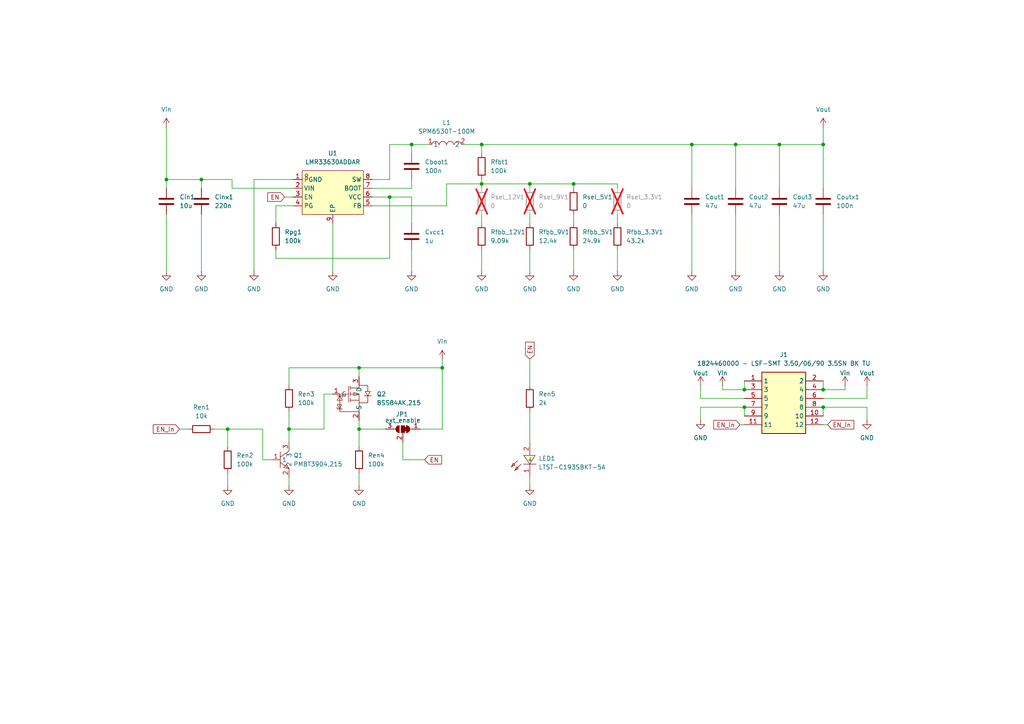
<source format=kicad_sch>
(kicad_sch (version 20231120) (generator "eeschema") (generator_version "8.0")
  (paper "A4")
  (title_block (date "2024-08-13"))
  (lib_symbols
    (symbol "CostumLibrary:1824460000 - LSF-SMT 3.50/06/90 3.5SN BK TU"
      (property "Reference" "J" (at 19.05 7.62 0))
      (property "Value" "1824460000 - LSF-SMT 3.50/06/90 3.5SN BK TU" (at 19.05 5.08 0))
      (symbol "1824460000 - LSF-SMT 3.50/06/90 3.5SN BK TU_1_1"
        (rectangle (start 5.08 2.54) (end 17.78 -15.24) (stroke (width 0.254)) (fill (type background)))
        (pin passive line (at 0 0 0) (length 5.08) (name "1") (number "1"))
        (pin passive line (at 22.86 -10.16 180) (length 5.08) (name "10") (number "10"))
        (pin passive line (at 0 -12.7 0) (length 5.08) (name "11") (number "11"))
        (pin passive line (at 22.86 -12.7 180) (length 5.08) (name "12") (number "12"))
        (pin passive line (at 22.86 0 180) (length 5.08) (name "2") (number "2"))
        (pin passive line (at 0 -2.54 0) (length 5.08) (name "3") (number "3"))
        (pin passive line (at 22.86 -2.54 180) (length 5.08) (name "4") (number "4"))
        (pin passive line (at 0 -5.08 0) (length 5.08) (name "5") (number "5"))
        (pin passive line (at 22.86 -5.08 180) (length 5.08) (name "6") (number "6"))
        (pin passive line (at 0 -7.62 0) (length 5.08) (name "7") (number "7"))
        (pin passive line (at 22.86 -7.62 180) (length 5.08) (name "8") (number "8"))
        (pin passive line (at 0 -10.16 0) (length 5.08) (name "9") (number "9"))
      )
    )
    (symbol "Device:C" (pin_numbers hide) (pin_names (offset 0.254))
      (property "Reference" "C" (at 0.635 2.54 0))
      (property "Value" "C" (at 0.635 -2.54 0))
      (symbol "C_0_1"
        (polyline (pts (xy -2.032 -0.762) (xy 2.032 -0.762)) (stroke (width 0.508)))
        (polyline (pts (xy -2.032 0.762) (xy 2.032 0.762)) (stroke (width 0.508)))
      )
      (symbol "C_1_1"
        (pin passive line (at 0 3.81 270) (length 2.794) (name "~") (number "1"))
        (pin passive line (at 0 -3.81 90) (length 2.794) (name "~") (number "2"))
      )
    )
    (symbol "Device:R" (pin_numbers hide) (pin_names (offset 0))
      (property "Reference" "R" (at 2.032 0 90))
      (property "Value" "R" (at 0 0 90))
      (symbol "R_0_1"
        (rectangle (start -1.016 -2.54) (end 1.016 2.54) (stroke (width 0.254)))
      )
      (symbol "R_1_1"
        (pin passive line (at 0 3.81 270) (length 1.27) (name "~") (number "1"))
        (pin passive line (at 0 -3.81 90) (length 1.27) (name "~") (number "2"))
      )
    )
    (symbol "Jumper:SolderJumper_3_Bridged12" (pin_names (offset 0) hide) (exclude_from_sim yes) (in_bom no)
      (property "Reference" "JP" (at -2.54 -2.54 0))
      (property "Value" "SolderJumper_3_Bridged12" (at 0 2.794 0))
      (symbol "SolderJumper_3_Bridged12_0_1"
        (rectangle (start -1.016 0.508) (end -0.508 -0.508) (fill (type outline)))
        (arc (start -1.016 1.016) (mid -2.0276 0) (end -1.016 -1.016))
        (arc (start -1.016 1.016) (mid -2.0276 0) (end -1.016 -1.016) (fill (type outline)))
        (rectangle (start -0.508 1.016) (end 0.508 -1.016) (fill (type outline)))
        (polyline (pts (xy -2.54 0) (xy -2.032 0)))
        (polyline (pts (xy -1.016 1.016) (xy -1.016 -1.016)))
        (polyline (pts (xy 0 -1.27) (xy 0 -1.016)))
        (polyline (pts (xy 1.016 1.016) (xy 1.016 -1.016)))
        (polyline (pts (xy 2.54 0) (xy 2.032 0)))
        (arc (start 1.016 -1.016) (mid 2.0276 0) (end 1.016 1.016))
        (arc (start 1.016 -1.016) (mid 2.0276 0) (end 1.016 1.016) (fill (type outline)))
      )
      (symbol "SolderJumper_3_Bridged12_1_1"
        (pin passive line (at -5.08 0 0) (length 2.54) (name "A") (number "1"))
        (pin passive line (at 0 -3.81 90) (length 2.54) (name "C") (number "2"))
        (pin passive line (at 5.08 0 180) (length 2.54) (name "B") (number "3"))
      )
    )
    (symbol "easyeda2kicad:BSS84AK,215"
      (property "Reference" "Q" (at 0 10.16 0))
      (property "Value" "BSS84AK,215" (at 0 -12.7 0))
      (symbol "BSS84AK,215_0_1"
        (polyline (pts (xy -3.05 2.29) (xy -3.05 -2.29)))
        (polyline (pts (xy -2.54 -2.29) (xy -2.54 -1.27)))
        (polyline (pts (xy -2.54 -0.51) (xy -2.54 0.51)))
        (polyline (pts (xy -2.54 1.27) (xy -2.54 2.29)))
        (polyline (pts (xy 0 -1.78) (xy -2.54 -1.78)))
        (polyline (pts (xy 0 1.78) (xy -2.54 1.78)))
        (polyline (pts (xy 3.56 -0.51) (xy 1.52 -0.51)))
        (polyline (pts (xy -6.35 -0.51) (xy -4.83 -0.51) (xy -4.83 -1.02)))
        (polyline (pts (xy -4.83 -4.32) (xy -6.35 -4.32) (xy -6.35 -3.81)))
        (polyline (pts (xy -2.54 0) (xy 0 0) (xy 0 -2.54)))
        (polyline (pts (xy 0 -2.54) (xy 2.54 -2.54) (xy 2.54 -0.51)))
        (polyline (pts (xy -5.59 -4.32) (xy -5.08 -3.05) (xy -6.35 -3.05) (xy -5.59 -4.32)) (fill (type background)))
        (polyline (pts (xy -5.59 -0.51) (xy -6.35 -1.78) (xy -4.83 -1.78) (xy -5.59 -0.51)) (fill (type background)))
        (polyline (pts (xy 0 0) (xy -1.52 0.51) (xy -1.52 -0.51) (xy 0 0)) (fill (type background)))
        (polyline (pts (xy 0 1.78) (xy 0 2.54) (xy 2.54 2.54) (xy 2.54 0.76)))
        (polyline (pts (xy 2.54 -0.51) (xy 3.3 0.76) (xy 1.78 0.76) (xy 2.54 -0.51)) (fill (type background)))
        (polyline (pts (xy 0 -2.54) (xy 0 -5.08) (xy -5.59 -5.08) (xy -5.59 0) (xy -3.05 0)))
        (pin unspecified line (at -7.62 0 0) (length 2.032) (name "G") (number "1"))
        (pin unspecified line (at 0 -7.62 90) (length 2.54) (name "S") (number "2"))
        (pin unspecified line (at 0 5.08 270) (length 2.54) (name "D") (number "3"))
      )
    )
    (symbol "easyeda2kicad:LMR33630ADDAR"
      (property "Reference" "U" (at 0 8.89 0))
      (property "Value" "LMR33630ADDAR" (at 0 -13.97 0))
      (symbol "LMR33630ADDAR_0_1"
        (rectangle (start -8.89 6.35) (end 8.89 -6.35) (fill (type background)))
        (circle (center -7.62 5.08) (radius 0.38))
        (pin unspecified line (at -11.43 3.81 0) (length 2.54) (name "PGND") (number "1"))
        (pin unspecified line (at -11.43 1.27 0) (length 2.54) (name "VIN") (number "2"))
        (pin unspecified line (at -11.43 -1.27 0) (length 2.54) (name "EN") (number "3"))
        (pin unspecified line (at -11.43 -3.81 0) (length 2.54) (name "PG") (number "4"))
        (pin unspecified line (at 11.43 -3.81 180) (length 2.54) (name "FB") (number "5"))
        (pin unspecified line (at 11.43 -1.27 180) (length 2.54) (name "VCC") (number "6"))
        (pin unspecified line (at 11.43 1.27 180) (length 2.54) (name "BOOT") (number "7"))
        (pin unspecified line (at 11.43 3.81 180) (length 2.54) (name "SW") (number "8"))
        (pin unspecified line (at 0 -8.89 90) (length 2.54) (name "EP") (number "9"))
      )
    )
    (symbol "easyeda2kicad:LTST-C193SBKT-5A"
      (property "Reference" "LED" (at 0 5.08 0))
      (property "Value" "LTST-C193SBKT-5A" (at 0 -5.08 0))
      (symbol "LTST-C193SBKT-5A_0_1"
        (polyline (pts (xy -1.27 -1.78) (xy -1.27 1.78)))
        (polyline (pts (xy -1.27 2.54) (xy -3.05 4.32)))
        (polyline (pts (xy -0.25 3.56) (xy -2.03 5.33)))
        (polyline (pts (xy -3.05 4.32) (xy -2.03 3.81) (xy -2.54 3.3) (xy -3.05 4.32)) (fill (type background)))
        (polyline (pts (xy -2.03 5.33) (xy -1.02 4.83) (xy -1.52 4.32) (xy -2.03 5.33)) (fill (type background)))
        (polyline (pts (xy 1.27 -1.52) (xy -1.27 0) (xy 1.27 1.78) (xy 1.27 -1.52)) (fill (type background)))
        (pin unspecified line (at -5.08 0 0) (length 3.81) (name "-") (number "1"))
        (pin unspecified line (at 5.08 0 180) (length 3.81) (name "+") (number "2"))
      )
    )
    (symbol "easyeda2kicad:PMBT3904,215"
      (property "Reference" "Q" (at 0 10.16 0))
      (property "Value" "PMBT3904,215" (at 0 -10.16 0))
      (symbol "PMBT3904,215_0_1"
        (polyline (pts (xy 0 -0.76) (xy 2.54 -2.54)))
        (polyline (pts (xy 0 2.29) (xy 0 -2.29)))
        (polyline (pts (xy 2.54 2.54) (xy 0 0.76)))
        (polyline (pts (xy 2.54 -2.54) (xy 1.78 -1.27) (xy 1.02 -2.29) (xy 2.54 -2.54)) (fill (type background)))
        (pin input line (at -2.54 0 0) (length 2.54) (name "1") (number "1"))
        (pin input line (at 2.54 -5.08 90) (length 2.54) (name "2") (number "2"))
        (pin input line (at 2.54 5.08 270) (length 2.54) (name "3") (number "3"))
      )
    )
    (symbol "easyeda2kicad:SPM6530T-100M"
      (property "Reference" "L" (at 0 5.08 0))
      (property "Value" "SPM6530T-100M" (at 0 -5.08 0))
      (symbol "SPM6530T-100M_0_1"
        (arc (start -2.27 -0.02) (mid -3.28 0.9027) (end -4.29 -0.02))
        (arc (start -0.11 -0.02) (mid -1.12 0.9071) (end -2.13 -0.02))
        (arc (start 2.04 -0.02) (mid 1.03 0.9071) (end 0.02 -0.02))
        (arc (start 4.23 -0.02) (mid 3.22 0.9071) (end 2.21 -0.02))
        (pin unspecified line (at -5.08 0 0) (length 0.762) (name "1") (number "1"))
        (pin unspecified line (at 5.08 0 180) (length 0.762) (name "2") (number "2"))
      )
    )
    (symbol "power:GND" (power) (pin_numbers hide) (pin_names (offset 0) hide)
      (property "Value" "GND" (at 0 -3.81 0))
      (symbol "GND_0_1"
        (polyline (pts (xy 0 0) (xy 0 -1.27) (xy 1.27 -1.27) (xy 0 -2.54) (xy -1.27 -1.27) (xy 0 -1.27)))
      )
      (symbol "GND_1_1"
        (pin power_in line (at 0 0 270) (length 0) (name "~") (number "1"))
      )
    )
    (symbol "power:VCC" (power) (pin_numbers hide) (pin_names (offset 0) hide)
      (property "Value" "VCC" (at 0 3.556 0))
      (symbol "VCC_0_1"
        (polyline (pts (xy -0.762 1.27) (xy 0 2.54)))
        (polyline (pts (xy 0 0) (xy 0 2.54)))
        (polyline (pts (xy 0 2.54) (xy 0.762 1.27)))
      )
      (symbol "VCC_1_1"
        (pin power_in line (at 0 0 90) (length 0) (name "~") (number "1"))
      )
    )
  )
  (junction (at 139.7 41.91))
  (junction (at 83.82 124.46))
  (junction (at 200.66 41.91))
  (junction (at 166.37 53.34))
  (junction (at 215.9 113.03))
  (junction (at 213.36 41.91))
  (junction (at 58.42 52.07))
  (junction (at 238.76 113.03))
  (junction (at 104.14 124.46))
  (junction (at 66.04 124.46))
  (junction (at 128.27 106.68))
  (junction (at 48.26 52.07))
  (junction (at 104.14 106.68))
  (junction (at 153.67 53.34))
  (junction (at 238.76 41.91))
  (junction (at 113.03 57.15))
  (junction (at 119.38 41.91))
  (junction (at 238.76 118.11))
  (junction (at 226.06 41.91))
  (junction (at 215.9 118.11))
  (junction (at 139.7 53.34))
  (wire (pts (xy 129.54 53.34) (xy 139.7 53.34)))
  (wire (pts (xy 139.7 52.07) (xy 139.7 53.34)))
  (wire (pts (xy 113.03 41.91) (xy 113.03 52.07)))
  (wire (pts (xy 153.67 119.38) (xy 153.67 128.27)))
  (wire (pts (xy 104.14 121.92) (xy 104.14 124.46)))
  (wire (pts (xy 113.03 57.15) (xy 107.95 57.15)))
  (wire (pts (xy 107.95 54.61) (xy 119.38 54.61)))
  (wire (pts (xy 119.38 41.91) (xy 124.46 41.91)))
  (wire (pts (xy 215.9 110.49) (xy 215.9 113.03)))
  (wire (pts (xy 123.19 133.35) (xy 116.84 133.35)))
  (wire (pts (xy 200.66 54.61) (xy 200.66 41.91)))
  (wire (pts (xy 214.63 123.19) (xy 215.9 123.19)))
  (wire (pts (xy 153.67 64.77) (xy 153.67 62.23)))
  (wire (pts (xy 58.42 54.61) (xy 58.42 52.07)))
  (wire (pts (xy 213.36 78.74) (xy 213.36 62.23)))
  (wire (pts (xy 83.82 106.68) (xy 104.14 106.68)))
  (wire (pts (xy 104.14 124.46) (xy 104.14 129.54)))
  (wire (pts (xy 76.2 133.35) (xy 78.74 133.35)))
  (wire (pts (xy 203.2 121.92) (xy 203.2 118.11)))
  (wire (pts (xy 83.82 119.38) (xy 83.82 124.46)))
  (wire (pts (xy 251.46 115.57) (xy 251.46 111.76)))
  (wire (pts (xy 113.03 74.93) (xy 113.03 57.15)))
  (wire (pts (xy 238.76 41.91) (xy 226.06 41.91)))
  (wire (pts (xy 119.38 78.74) (xy 119.38 72.39)))
  (wire (pts (xy 48.26 52.07) (xy 58.42 52.07)))
  (wire (pts (xy 119.38 44.45) (xy 119.38 41.91)))
  (wire (pts (xy 240.03 123.19) (xy 238.76 123.19)))
  (wire (pts (xy 119.38 57.15) (xy 113.03 57.15)))
  (wire (pts (xy 153.67 53.34) (xy 139.7 53.34)))
  (wire (pts (xy 66.04 140.97) (xy 66.04 137.16)))
  (wire (pts (xy 226.06 78.74) (xy 226.06 62.23)))
  (wire (pts (xy 153.67 140.97) (xy 153.67 138.43)))
  (wire (pts (xy 179.07 64.77) (xy 179.07 62.23)))
  (wire (pts (xy 179.07 54.61) (xy 179.07 53.34)))
  (wire (pts (xy 52.07 124.46) (xy 54.61 124.46)))
  (wire (pts (xy 48.26 78.74) (xy 48.26 62.23)))
  (wire (pts (xy 245.11 113.03) (xy 238.76 113.03)))
  (wire (pts (xy 139.7 64.77) (xy 139.7 62.23)))
  (wire (pts (xy 80.01 72.39) (xy 80.01 74.93)))
  (wire (pts (xy 104.14 124.46) (xy 111.76 124.46)))
  (wire (pts (xy 83.82 138.43) (xy 83.82 140.97)))
  (wire (pts (xy 238.76 110.49) (xy 238.76 113.03)))
  (wire (pts (xy 226.06 41.91) (xy 213.36 41.91)))
  (wire (pts (xy 83.82 111.76) (xy 83.82 106.68)))
  (wire (pts (xy 66.04 124.46) (xy 76.2 124.46)))
  (wire (pts (xy 67.31 52.07) (xy 67.31 54.61)))
  (wire (pts (xy 73.66 78.74) (xy 73.66 52.07)))
  (wire (pts (xy 85.09 59.69) (xy 80.01 59.69)))
  (wire (pts (xy 238.76 115.57) (xy 251.46 115.57)))
  (wire (pts (xy 251.46 121.92) (xy 251.46 118.11)))
  (wire (pts (xy 166.37 54.61) (xy 166.37 53.34)))
  (wire (pts (xy 213.36 41.91) (xy 200.66 41.91)))
  (wire (pts (xy 179.07 78.74) (xy 179.07 72.39)))
  (wire (pts (xy 203.2 118.11) (xy 215.9 118.11)))
  (wire (pts (xy 200.66 78.74) (xy 200.66 62.23)))
  (wire (pts (xy 238.76 54.61) (xy 238.76 41.91)))
  (wire (pts (xy 179.07 53.34) (xy 166.37 53.34)))
  (wire (pts (xy 119.38 64.77) (xy 119.38 57.15)))
  (wire (pts (xy 153.67 54.61) (xy 153.67 53.34)))
  (wire (pts (xy 76.2 124.46) (xy 76.2 133.35)))
  (wire (pts (xy 113.03 52.07) (xy 107.95 52.07)))
  (wire (pts (xy 93.98 124.46) (xy 83.82 124.46)))
  (wire (pts (xy 104.14 106.68) (xy 104.14 109.22)))
  (wire (pts (xy 82.55 57.15) (xy 85.09 57.15)))
  (wire (pts (xy 96.52 114.3) (xy 93.98 114.3)))
  (wire (pts (xy 116.84 133.35) (xy 116.84 128.27)))
  (wire (pts (xy 166.37 64.77) (xy 166.37 62.23)))
  (wire (pts (xy 119.38 41.91) (xy 113.03 41.91)))
  (wire (pts (xy 215.9 118.11) (xy 215.9 120.65)))
  (wire (pts (xy 139.7 78.74) (xy 139.7 72.39)))
  (wire (pts (xy 200.66 41.91) (xy 139.7 41.91)))
  (wire (pts (xy 128.27 106.68) (xy 128.27 124.46)))
  (wire (pts (xy 107.95 59.69) (xy 129.54 59.69)))
  (wire (pts (xy 215.9 115.57) (xy 203.2 115.57)))
  (wire (pts (xy 238.76 78.74) (xy 238.76 62.23)))
  (wire (pts (xy 213.36 54.61) (xy 213.36 41.91)))
  (wire (pts (xy 128.27 124.46) (xy 121.92 124.46)))
  (wire (pts (xy 83.82 124.46) (xy 83.82 128.27)))
  (wire (pts (xy 58.42 52.07) (xy 67.31 52.07)))
  (wire (pts (xy 209.55 111.76) (xy 209.55 113.03)))
  (wire (pts (xy 134.62 41.91) (xy 139.7 41.91)))
  (wire (pts (xy 119.38 54.61) (xy 119.38 52.07)))
  (wire (pts (xy 153.67 104.14) (xy 153.67 111.76)))
  (wire (pts (xy 238.76 118.11) (xy 238.76 120.65)))
  (wire (pts (xy 93.98 114.3) (xy 93.98 124.46)))
  (wire (pts (xy 238.76 36.83) (xy 238.76 41.91)))
  (wire (pts (xy 58.42 78.74) (xy 58.42 62.23)))
  (wire (pts (xy 166.37 78.74) (xy 166.37 72.39)))
  (wire (pts (xy 209.55 113.03) (xy 215.9 113.03)))
  (wire (pts (xy 129.54 59.69) (xy 129.54 53.34)))
  (wire (pts (xy 166.37 53.34) (xy 153.67 53.34)))
  (wire (pts (xy 139.7 44.45) (xy 139.7 41.91)))
  (wire (pts (xy 48.26 54.61) (xy 48.26 52.07)))
  (wire (pts (xy 104.14 140.97) (xy 104.14 137.16)))
  (wire (pts (xy 62.23 124.46) (xy 66.04 124.46)))
  (wire (pts (xy 251.46 118.11) (xy 238.76 118.11)))
  (wire (pts (xy 128.27 104.14) (xy 128.27 106.68)))
  (wire (pts (xy 96.52 64.77) (xy 96.52 78.74)))
  (wire (pts (xy 73.66 52.07) (xy 85.09 52.07)))
  (wire (pts (xy 153.67 78.74) (xy 153.67 72.39)))
  (wire (pts (xy 80.01 74.93) (xy 113.03 74.93)))
  (wire (pts (xy 203.2 115.57) (xy 203.2 111.76)))
  (wire (pts (xy 67.31 54.61) (xy 85.09 54.61)))
  (wire (pts (xy 245.11 111.76) (xy 245.11 113.03)))
  (wire (pts (xy 226.06 54.61) (xy 226.06 41.91)))
  (wire (pts (xy 66.04 124.46) (xy 66.04 129.54)))
  (wire (pts (xy 139.7 53.34) (xy 139.7 54.61)))
  (wire (pts (xy 48.26 36.83) (xy 48.26 52.07)))
  (wire (pts (xy 80.01 59.69) (xy 80.01 64.77)))
  (wire (pts (xy 104.14 106.68) (xy 128.27 106.68)))
  (global_label "EN" (shape input) (at 123.19 133.35 0) (property "Intersheetrefs" "${INTERSHEET_REFS}" (effects (hide yes))))
  (global_label "EN" (shape input) (at 82.55 57.15 180) (property "Intersheetrefs" "${INTERSHEET_REFS}" (effects (hide yes))))
  (global_label "EN_in" (shape input) (at 240.03 123.19 0) (property "Intersheetrefs" "${INTERSHEET_REFS}" (effects (hide yes))))
  (global_label "EN_in" (shape input) (at 214.63 123.19 180) (property "Intersheetrefs" "${INTERSHEET_REFS}" (effects (hide yes))))
  (global_label "EN" (shape input) (at 153.67 104.14 90) (property "Intersheetrefs" "${INTERSHEET_REFS}" (effects (hide yes))))
  (global_label "EN_in" (shape input) (at 52.07 124.46 180) (property "Intersheetrefs" "${INTERSHEET_REFS}" (effects (hide yes))))
  (symbol (lib_id "Jumper:SolderJumper_3_Bridged12") (at 116.84 124.46 0) (mirror y) (unit 1) (exclude_from_sim yes) (in_bom no)
    (property "Reference" "JP1" (at 116.586 120.142 0))
    (property "Value" "ext_enable" (at 116.84 121.92 0))
    (property "Footprint" "Jumper:SolderJumper-3_P1.3mm_Bridged12_RoundedPad1.0x1.5mm" (effects (hide yes)))
  )
  (symbol (lib_id "Device:R") (at 153.67 58.42 0) (unit 1) (dnp yes)
    (property "Reference" "Rsel_9V1" (at 156.21 57.1499 0) (effects (justify left)))
    (property "Value" "0" (at 156.21 59.6899 0) (effects (justify left)))
    (property "Footprint" "Capacitor_SMD:C_0603_1608Metric" (effects (hide yes)))
    (property "Description" "C95177" (effects (hide yes)))
  )
  (symbol (lib_id "Device:R") (at 139.7 58.42 0) (unit 1) (dnp yes)
    (property "Reference" "Rsel_12V1" (at 142.24 57.1499 0) (effects (justify left)))
    (property "Value" "0" (at 142.24 59.6899 0) (effects (justify left)))
    (property "Footprint" "Capacitor_SMD:C_0603_1608Metric" (effects (hide yes)))
    (property "Description" "C95177" (effects (hide yes)))
  )
  (symbol (lib_id "power:GND") (at 153.67 140.97 0) (unit 1)
    (property "Reference" "#PWR016" (effects (hide yes)))
    (property "Value" "GND" (at 153.67 146.05 0))
    (property "Description" "Power symbol creates a global label with name \"GND\" , ground" (effects (hide yes)))
  )
  (symbol (lib_id "power:GND") (at 251.46 121.92 0) (unit 1)
    (property "Reference" "#PWR022" (effects (hide yes)))
    (property "Value" "GND" (at 251.46 127 0))
    (property "Description" "Power symbol creates a global label with name \"GND\" , ground" (effects (hide yes)))
  )
  (symbol (lib_id "Device:R") (at 139.7 48.26 0) (unit 1)
    (property "Reference" "Rfbt1" (at 142.24 46.9899 0) (effects (justify left)))
    (property "Value" "100k" (at 142.24 49.5299 0) (effects (justify left)))
    (property "Footprint" "Capacitor_SMD:C_0603_1608Metric" (effects (hide yes)))
    (property "Description" "C14675" (effects (hide yes)))
  )
  (symbol (lib_id "Device:C") (at 200.66 58.42 0) (unit 1)
    (property "Reference" "Cout1" (at 204.47 57.1499 0) (effects (justify left)))
    (property "Value" "47u" (at 204.47 59.6899 0) (effects (justify left)))
    (property "Footprint" "Capacitor_SMD:C_1206_3216Metric" (effects (hide yes)))
    (property "Description" "C403725" (effects (hide yes)))
  )
  (symbol (lib_id "power:GND") (at 48.26 78.74 0) (unit 1)
    (property "Reference" "#PWR02" (effects (hide yes)))
    (property "Value" "GND" (at 48.26 83.82 0))
    (property "Description" "Power symbol creates a global label with name \"GND\" , ground" (effects (hide yes)))
  )
  (symbol (lib_id "power:VCC") (at 238.76 36.83 0) (unit 1)
    (property "Reference" "#PWR021" (effects (hide yes)))
    (property "Value" "Vout" (at 238.76 31.75 0))
  )
  (symbol (lib_id "Device:R") (at 166.37 58.42 0) (unit 1)
    (property "Reference" "Rsel_5V1" (at 168.91 57.1499 0) (effects (justify left)))
    (property "Value" "0" (at 168.91 59.6899 0) (effects (justify left)))
    (property "Footprint" "Capacitor_SMD:C_0603_1608Metric" (effects (hide yes)))
    (property "Description" "C95177" (effects (hide yes)))
  )
  (symbol (lib_id "easyeda2kicad:LTST-C193SBKT-5A") (at 153.67 133.35 90) (unit 1)
    (property "Reference" "LED1" (at 156.21 132.9699 90) (effects (justify right)))
    (property "Value" "LTST-C193SBKT-5A" (at 156.21 135.5099 90) (effects (justify right)))
    (property "Footprint" "easyeda2kicad:LED0603-RD_BLUE" (effects (hide yes)))
    (property "Datasheet" "https://lcsc.com/product-detail/Others_Lite-On-LTST-C193SBKT-5A_C364558.html" (effects (hide yes)))
    (property "Description" "C364558" (effects (hide yes)))
    (property "LCSC Part" "C364558" (effects (hide yes)))
  )
  (symbol (lib_id "Device:C") (at 119.38 68.58 0) (unit 1)
    (property "Reference" "Cvcc1" (at 123.19 67.3099 0) (effects (justify left)))
    (property "Value" "1u" (at 123.19 69.8499 0) (effects (justify left)))
    (property "Footprint" "Capacitor_SMD:C_0603_1608Metric" (effects (hide yes)))
    (property "Description" "C1592" (effects (hide yes)))
  )
  (symbol (lib_id "power:GND") (at 119.38 78.74 0) (unit 1)
    (property "Reference" "#PWR04" (effects (hide yes)))
    (property "Value" "GND" (at 119.38 83.82 0))
    (property "Description" "Power symbol creates a global label with name \"GND\" , ground" (effects (hide yes)))
  )
  (symbol (lib_id "power:GND") (at 96.52 78.74 0) (unit 1)
    (property "Reference" "#PWR015" (effects (hide yes)))
    (property "Value" "GND" (at 96.52 83.82 0))
    (property "Description" "Power symbol creates a global label with name \"GND\" , ground" (effects (hide yes)))
  )
  (symbol (lib_id "power:GND") (at 139.7 78.74 0) (unit 1)
    (property "Reference" "#PWR05" (effects (hide yes)))
    (property "Value" "GND" (at 139.7 83.82 0))
    (property "Description" "Power symbol creates a global label with name \"GND\" , ground" (effects (hide yes)))
  )
  (symbol (lib_id "Device:R") (at 153.67 68.58 0) (unit 1)
    (property "Reference" "Rfbb_9V1" (at 156.21 67.3099 0) (effects (justify left)))
    (property "Value" "12.4k" (at 156.21 69.8499 0) (effects (justify left)))
    (property "Footprint" "Capacitor_SMD:C_0603_1608Metric" (effects (hide yes)))
    (property "Description" "C861651" (effects (hide yes)))
  )
  (symbol (lib_id "power:VCC") (at 128.27 104.14 0) (unit 1)
    (property "Reference" "#PWR013" (effects (hide yes)))
    (property "Value" "Vin" (at 128.27 99.06 0))
    (property "Description" "Power symbol creates a global label with name \"VCC\"" (effects (hide yes)))
  )
  (symbol (lib_id "Device:R") (at 104.14 133.35 0) (unit 1)
    (property "Reference" "Ren4" (at 106.68 132.0799 0) (effects (justify left)))
    (property "Value" "100k" (at 106.68 134.6199 0) (effects (justify left)))
    (property "Footprint" "Capacitor_SMD:C_0603_1608Metric" (effects (hide yes)))
    (property "Description" "C14675" (effects (hide yes)))
  )
  (symbol (lib_id "power:GND") (at 226.06 78.74 0) (unit 1)
    (property "Reference" "#PWR011" (effects (hide yes)))
    (property "Value" "GND" (at 226.06 83.82 0))
    (property "Description" "Power symbol creates a global label with name \"GND\" , ground" (effects (hide yes)))
  )
  (symbol (lib_id "Device:C") (at 238.76 58.42 0) (unit 1)
    (property "Reference" "Coutx1" (at 242.57 57.1499 0) (effects (justify left)))
    (property "Value" "100n" (at 242.57 59.6899 0) (effects (justify left)))
    (property "Footprint" "Capacitor_SMD:C_0603_1608Metric" (effects (hide yes)))
    (property "Description" "C14663" (effects (hide yes)))
  )
  (symbol (lib_id "Device:R") (at 166.37 68.58 0) (unit 1)
    (property "Reference" "Rfbb_5V1" (at 168.91 67.3099 0) (effects (justify left)))
    (property "Value" "24.9k" (at 168.91 69.8499 0) (effects (justify left)))
    (property "Footprint" "Capacitor_SMD:C_0603_1608Metric" (effects (hide yes)))
    (property "Description" "C137761" (effects (hide yes)))
  )
  (symbol (lib_id "power:VCC") (at 48.26 36.83 0) (unit 1)
    (property "Reference" "#PWR01" (effects (hide yes)))
    (property "Value" "Vin" (at 48.26 31.75 0))
    (property "Description" "Power symbol creates a global label with name \"VCC\"" (effects (hide yes)))
  )
  (symbol (lib_id "Device:R") (at 58.42 124.46 90) (unit 1)
    (property "Reference" "Ren1" (at 58.42 118.11 90))
    (property "Value" "10k" (at 58.42 120.65 90))
    (property "Footprint" "Capacitor_SMD:C_0603_1608Metric" (effects (hide yes)))
    (property "Description" "C98220" (effects (hide yes)))
  )
  (symbol (lib_id "Device:C") (at 119.38 48.26 0) (unit 1)
    (property "Reference" "Cboot1" (at 123.19 46.9899 0) (effects (justify left)))
    (property "Value" "100n" (at 123.19 49.5299 0) (effects (justify left)))
    (property "Footprint" "Capacitor_SMD:C_0603_1608Metric" (effects (hide yes)))
    (property "Description" "C1591" (effects (hide yes)))
  )
  (symbol (lib_id "power:GND") (at 213.36 78.74 0) (unit 1)
    (property "Reference" "#PWR010" (effects (hide yes)))
    (property "Value" "GND" (at 213.36 83.82 0))
    (property "Description" "Power symbol creates a global label with name \"GND\" , ground" (effects (hide yes)))
  )
  (symbol (lib_id "Device:C") (at 213.36 58.42 0) (unit 1)
    (property "Reference" "Cout2" (at 217.17 57.1499 0) (effects (justify left)))
    (property "Value" "47u" (at 217.17 59.6899 0) (effects (justify left)))
    (property "Footprint" "Capacitor_SMD:C_1206_3216Metric" (effects (hide yes)))
    (property "Description" "C403725" (effects (hide yes)))
  )
  (symbol (lib_id "power:GND") (at 58.42 78.74 0) (unit 1)
    (property "Reference" "#PWR03" (effects (hide yes)))
    (property "Value" "GND" (at 58.42 83.82 0))
    (property "Description" "Power symbol creates a global label with name \"GND\" , ground" (effects (hide yes)))
  )
  (symbol (lib_id "power:VCC") (at 251.46 111.76 0) (unit 1)
    (property "Reference" "#PWR020" (effects (hide yes)))
    (property "Value" "Vout" (at 251.46 108.204 0))
  )
  (symbol (lib_id "power:GND") (at 200.66 78.74 0) (unit 1)
    (property "Reference" "#PWR09" (effects (hide yes)))
    (property "Value" "GND" (at 200.66 83.82 0))
    (property "Description" "Power symbol creates a global label with name \"GND\" , ground" (effects (hide yes)))
  )
  (symbol (lib_id "power:GND") (at 203.2 121.92 0) (mirror y) (unit 1)
    (property "Reference" "#PWR026" (effects (hide yes)))
    (property "Value" "GND" (at 203.2 127 0))
    (property "Description" "Power symbol creates a global label with name \"GND\" , ground" (effects (hide yes)))
  )
  (symbol (lib_id "power:GND") (at 73.66 78.74 0) (unit 1)
    (property "Reference" "#PWR014" (effects (hide yes)))
    (property "Value" "GND" (at 73.66 83.82 0))
    (property "Description" "Power symbol creates a global label with name \"GND\" , ground" (effects (hide yes)))
  )
  (symbol (lib_id "Device:R") (at 139.7 68.58 0) (unit 1)
    (property "Reference" "Rfbb_12V1" (at 142.24 67.3099 0) (effects (justify left)))
    (property "Value" "9.09k" (at 142.24 69.8499 0) (effects (justify left)))
    (property "Footprint" "Capacitor_SMD:C_0603_1608Metric" (effects (hide yes)))
    (property "Description" "C861611" (effects (hide yes)))
  )
  (symbol (lib_id "power:GND") (at 238.76 78.74 0) (unit 1)
    (property "Reference" "#PWR012" (effects (hide yes)))
    (property "Value" "GND" (at 238.76 83.82 0))
    (property "Description" "Power symbol creates a global label with name \"GND\" , ground" (effects (hide yes)))
  )
  (symbol (lib_id "power:GND") (at 83.82 140.97 0) (unit 1)
    (property "Reference" "#PWR018" (effects (hide yes)))
    (property "Value" "GND" (at 83.82 146.05 0))
    (property "Description" "Power symbol creates a global label with name \"GND\" , ground" (effects (hide yes)))
  )
  (symbol (lib_id "Device:R") (at 153.67 115.57 0) (unit 1)
    (property "Reference" "Ren5" (at 156.21 114.2999 0) (effects (justify left)))
    (property "Value" "2k" (at 156.21 116.8399 0) (effects (justify left)))
    (property "Footprint" "Capacitor_SMD:C_0603_1608Metric" (effects (hide yes)))
    (property "Description" "C105576" (effects (hide yes)))
  )
  (symbol (lib_id "Device:R") (at 80.01 68.58 0) (unit 1)
    (property "Reference" "Rpg1" (at 82.55 67.3099 0) (effects (justify left)))
    (property "Value" "100k" (at 82.55 69.8499 0) (effects (justify left)))
    (property "Footprint" "Capacitor_SMD:C_0603_1608Metric" (effects (hide yes)))
    (property "Description" "C14675" (effects (hide yes)))
  )
  (symbol (lib_id "power:VCC") (at 245.11 111.76 0) (unit 1)
    (property "Reference" "#PWR023" (effects (hide yes)))
    (property "Value" "Vin" (at 245.11 108.204 0))
    (property "Description" "Power symbol creates a global label with name \"VCC\"" (effects (hide yes)))
  )
  (symbol (lib_id "easyeda2kicad:PMBT3904,215") (at 81.28 133.35 0) (unit 1)
    (property "Reference" "Q1" (at 85.09 132.0799 0) (effects (justify left)))
    (property "Value" "PMBT3904,215" (at 85.09 134.6199 0) (effects (justify left)))
    (property "Footprint" "easyeda2kicad:SOT-23_L2.9-W1.3-P1.90-LS2.4-BR" (effects (hide yes)))
    (property "Datasheet" "https://lcsc.com/product-detail/Transistors-NPN-PNP_NXP_PMBT3904_PMBT3904_C8667.html" (effects (hide yes)))
    (property "Description" "C8667" (effects (hide yes)))
    (property "LCSC Part" "C8667" (effects (hide yes)))
  )
  (symbol (lib_id "Device:R") (at 179.07 58.42 0) (unit 1) (dnp yes)
    (property "Reference" "Rsel_3.3V1" (at 181.61 57.1499 0) (effects (justify left)))
    (property "Value" "0" (at 181.61 59.6899 0) (effects (justify left)))
    (property "Footprint" "Capacitor_SMD:C_0603_1608Metric" (effects (hide yes)))
    (property "Description" "C95177" (effects (hide yes)))
  )
  (symbol (lib_id "power:GND") (at 66.04 140.97 0) (unit 1)
    (property "Reference" "#PWR019" (effects (hide yes)))
    (property "Value" "GND" (at 66.04 146.05 0))
    (property "Description" "Power symbol creates a global label with name \"GND\" , ground" (effects (hide yes)))
  )
  (symbol (lib_id "power:GND") (at 179.07 78.74 0) (unit 1)
    (property "Reference" "#PWR08" (effects (hide yes)))
    (property "Value" "GND" (at 179.07 83.82 0))
    (property "Description" "Power symbol creates a global label with name \"GND\" , ground" (effects (hide yes)))
  )
  (symbol (lib_id "Device:R") (at 179.07 68.58 0) (unit 1)
    (property "Reference" "Rfbb_3.3V1" (at 181.61 67.3099 0) (effects (justify left)))
    (property "Value" "43.2k" (at 181.61 69.8499 0) (effects (justify left)))
    (property "Footprint" "Capacitor_SMD:C_0603_1608Metric" (effects (hide yes)))
    (property "Description" "C137720" (effects (hide yes)))
  )
  (symbol (lib_id "Device:C") (at 48.26 58.42 0) (unit 1)
    (property "Reference" "Cin1" (at 52.07 57.1499 0) (effects (justify left)))
    (property "Value" "10u" (at 52.07 59.6899 0) (effects (justify left)))
    (property "Footprint" "Capacitor_SMD:C_1210_3225Metric" (effects (hide yes)))
    (property "Description" "C432929" (effects (hide yes)))
  )
  (symbol (lib_id "power:GND") (at 166.37 78.74 0) (unit 1)
    (property "Reference" "#PWR07" (effects (hide yes)))
    (property "Value" "GND" (at 166.37 83.82 0))
    (property "Description" "Power symbol creates a global label with name \"GND\" , ground" (effects (hide yes)))
  )
  (symbol (lib_id "power:GND") (at 153.67 78.74 0) (unit 1)
    (property "Reference" "#PWR06" (effects (hide yes)))
    (property "Value" "GND" (at 153.67 83.82 0))
    (property "Description" "Power symbol creates a global label with name \"GND\" , ground" (effects (hide yes)))
  )
  (symbol (lib_id "Device:C") (at 226.06 58.42 0) (unit 1)
    (property "Reference" "Cout3" (at 229.87 57.1499 0) (effects (justify left)))
    (property "Value" "47u" (at 229.87 59.6899 0) (effects (justify left)))
    (property "Footprint" "Capacitor_SMD:C_1206_3216Metric" (effects (hide yes)))
    (property "Description" "C403725" (effects (hide yes)))
  )
  (symbol (lib_id "power:VCC") (at 203.2 111.76 0) (mirror y) (unit 1)
    (property "Reference" "#PWR025" (effects (hide yes)))
    (property "Value" "Vout" (at 203.2 108.204 0))
  )
  (symbol (lib_id "CostumLibrary:1824460000 - LSF-SMT 3.50/06/90 3.5SN BK TU") (at 215.9 110.49 0) (unit 1)
    (property "Reference" "J1" (at 227.33 102.87 0))
    (property "Value" "1824460000 - LSF-SMT 3.50/06/90 3.5SN BK TU" (at 227.33 105.41 0))
    (property "Footprint" "CostumLibrary:1824460000 - LSF-SMT 3.500690 3.5SN BK TU" (effects (hide yes)))
    (property "Datasheet" "http://catalog.weidmueller.com/createDatasheetForMobile.do?ordernumber=1824460000&scope1=1&scope2=1&localeId=en" (effects (hide yes)))
    (property "Description" "Printed circuit board terminals, 3.50 mm, Number of poles: 6, 90, Solder pin length: 3.5 mm, black, PUSH IN with actuator, Clamping range, max. [rated connection]: 1.5 mm, Tube" (effects (hide yes)))
    (property "Height" "8.5" (effects (hide yes)))
    (property "Manufacturer_Name" "Weidmuller" (effects (hide yes)))
    (property "Manufacturer_Part_Number" "1824460000" (effects (hide yes)))
    (property "Mouser Part Number" "470-1824460000" (effects (hide yes)))
    (property "Mouser Price/Stock" "https://www.mouser.co.uk/ProductDetail/Weidmuller/1824460000?qs=WJDKaGZ8K%252B6qGfZkM4Ritg%3D%3D" (effects (hide yes)))
    (property "LCSC Part" "C19711765/C2997513" (effects (hide yes)))
  )
  (symbol (lib_id "Device:C") (at 58.42 58.42 0) (unit 1)
    (property "Reference" "Cinx1" (at 62.23 57.1499 0) (effects (justify left)))
    (property "Value" "220n" (at 62.23 59.6899 0) (effects (justify left)))
    (property "Footprint" "Capacitor_SMD:C_0805_2012Metric" (effects (hide yes)))
    (property "Description" "C5378" (effects (hide yes)))
  )
  (symbol (lib_id "power:GND") (at 104.14 140.97 0) (unit 1)
    (property "Reference" "#PWR017" (effects (hide yes)))
    (property "Value" "GND" (at 104.14 146.05 0))
    (property "Description" "Power symbol creates a global label with name \"GND\" , ground" (effects (hide yes)))
  )
  (symbol (lib_id "Device:R") (at 83.82 115.57 0) (unit 1)
    (property "Reference" "Ren3" (at 86.36 114.2999 0) (effects (justify left)))
    (property "Value" "100k" (at 86.36 116.8399 0) (effects (justify left)))
    (property "Footprint" "Capacitor_SMD:C_0603_1608Metric" (effects (hide yes)))
    (property "Description" "C14675" (effects (hide yes)))
  )
  (symbol (lib_id "easyeda2kicad:SPM6530T-100M") (at 129.54 41.91 0) (unit 1)
    (property "Reference" "L1" (at 129.54 35.56 0))
    (property "Value" "SPM6530T-100M" (at 129.54 38.1 0))
    (property "Footprint" "easyeda2kicad:IND-SMD_L7.1-W6.6" (effects (hide yes)))
    (property "Datasheet" "https://lcsc.com/product-detail/Power-Inductors_TDK_SPM6530T-100M_10uH-20_C112288.html" (effects (hide yes)))
    (property "Description" "C112288" (effects (hide yes)))
    (property "LCSC Part" "C112288" (effects (hide yes)))
  )
  (symbol (lib_id "easyeda2kicad:BSS84AK,215") (at 104.14 114.3 0) (unit 1)
    (property "Reference" "Q2" (at 109.22 114.2999 0) (effects (justify left)))
    (property "Value" "BSS84AK,215" (at 109.22 116.8399 0) (effects (justify left)))
    (property "Footprint" "easyeda2kicad:SOT-23_L2.9-W1.3-P1.90-LS2.4-BR" (effects (hide yes)))
    (property "Datasheet" "https://lcsc.com/product-detail/MOSFET_Nexperia_BSS84AK-215_BSS84AK-215_C127273.html" (effects (hide yes)))
    (property "Description" "C127273" (effects (hide yes)))
    (property "LCSC Part" "C127273" (effects (hide yes)))
  )
  (symbol (lib_id "power:VCC") (at 209.55 111.76 0) (mirror y) (unit 1)
    (property "Reference" "#PWR024" (effects (hide yes)))
    (property "Value" "Vin" (at 209.55 108.204 0))
    (property "Description" "Power symbol creates a global label with name \"VCC\"" (effects (hide yes)))
  )
  (symbol (lib_id "Device:R") (at 66.04 133.35 180) (unit 1)
    (property "Reference" "Ren2" (at 68.58 132.0799 0) (effects (justify right)))
    (property "Value" "100k" (at 68.58 134.6199 0) (effects (justify right)))
    (property "Footprint" "Capacitor_SMD:C_0603_1608Metric" (effects (hide yes)))
    (property "Description" "C14675" (effects (hide yes)))
  )
  (symbol (lib_id "easyeda2kicad:LMR33630ADDAR") (at 96.52 55.88 0) (unit 1)
    (property "Reference" "U1" (at 96.52 44.45 0))
    (property "Value" "LMR33630ADDAR" (at 96.52 46.99 0))
    (property "Footprint" "easyeda2kicad:ESOP-8_L4.9-W3.9-P1.27-LS6.0-TL-EP" (effects (hide yes)))
    (property "Description" "C841384" (effects (hide yes)))
    (property "LCSC Part" "C841384" (effects (hide yes)))
  )
)
</source>
